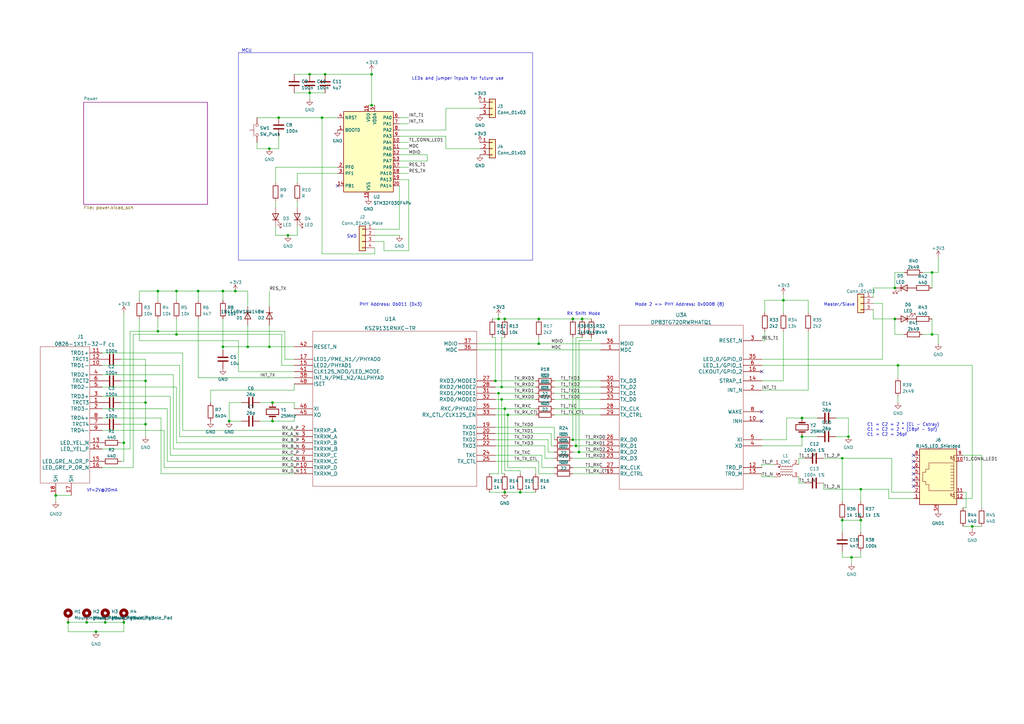
<source format=kicad_sch>
(kicad_sch (version 20230121) (generator eeschema)
  (paper "A3")
  (junction (at 213.36 201.93))
  (junction (at 43.18 255.27))
  (junction (at 50.8 181.61))
  (junction (at 207.01 130.81))
  (junction (at 101.6 142.24))
  (junction (at 398.78 215.9))
  (junction (at 59.69 156.21))
  (junction (at 127 38.1))
  (junction (at 207.01 201.93))
  (junction (at 81.28 119.38))
  (junction (at 321.31 123.19))
  (junction (at 220.98 140.97))
  (junction (at 118.11 96.52))
  (junction (at 347.98 179.07))
  (junction (at 345.44 213.36))
  (junction (at 114.3 48.26))
  (junction (at 367.03 130.81))
  (junction (at 204.47 130.81))
  (junction (at 236.22 182.88))
  (junction (at 234.95 180.34))
  (junction (at 238.76 130.81))
  (junction (at 353.06 213.36))
  (junction (at 152.4 43.18))
  (junction (at 220.98 130.81))
  (junction (at 27.94 255.27))
  (junction (at 208.28 170.18))
  (junction (at 96.52 119.38))
  (junction (at 205.74 163.83))
  (junction (at 152.4 30.48))
  (junction (at 93.98 172.72))
  (junction (at 39.37 259.08))
  (junction (at 367.03 118.11))
  (junction (at 35.56 255.27))
  (junction (at 59.69 173.99))
  (junction (at 91.44 142.24))
  (junction (at 22.86 203.2))
  (junction (at 111.76 165.1))
  (junction (at 111.76 172.72))
  (junction (at 349.25 228.6))
  (junction (at 132.08 48.26))
  (junction (at 237.49 185.42))
  (junction (at 203.2 156.21))
  (junction (at 368.3 149.86))
  (junction (at 110.49 60.96))
  (junction (at 328.93 171.45))
  (junction (at 382.27 111.76))
  (junction (at 91.44 119.38))
  (junction (at 345.44 187.96))
  (junction (at 50.8 255.27))
  (junction (at 72.39 137.16))
  (junction (at 110.49 142.24))
  (junction (at 59.69 165.1))
  (junction (at 234.95 130.81))
  (junction (at 133.35 30.48))
  (junction (at 328.93 179.07))
  (junction (at 64.77 119.38))
  (junction (at 382.27 137.16))
  (junction (at 205.74 158.75))
  (junction (at 64.77 135.89))
  (junction (at 353.06 200.66))
  (junction (at 72.39 119.38))
  (junction (at 204.47 161.29))
  (junction (at 127 30.48))
  (junction (at 207.01 167.64))
  (no_connect (at 312.42 152.4))
  (no_connect (at 374.65 196.85))
  (no_connect (at 374.65 199.39))
  (no_connect (at 374.65 189.23))
  (no_connect (at 138.43 76.2))
  (no_connect (at 312.42 168.91))
  (no_connect (at 374.65 191.77))
  (no_connect (at 374.65 186.69))
  (no_connect (at 374.65 194.31))
  (no_connect (at 312.42 172.72))
  (wire (pts (xy 204.47 161.29) (xy 219.71 161.29)))
  (wire (pts (xy 49.53 156.21) (xy 59.69 156.21)))
  (wire (pts (xy 91.44 142.24) (xy 101.6 142.24)))
  (wire (pts (xy 86.36 160.02) (xy 120.65 160.02)))
  (wire (pts (xy 93.98 165.1) (xy 93.98 172.72)))
  (wire (pts (xy 345.44 226.06) (xy 345.44 228.6)))
  (wire (pts (xy 27.94 259.08) (xy 39.37 259.08)))
  (wire (pts (xy 382.27 137.16) (xy 382.27 130.81)))
  (wire (pts (xy 234.95 180.34) (xy 246.38 180.34)))
  (wire (pts (xy 57.15 139.7) (xy 57.15 130.81)))
  (wire (pts (xy 105.41 58.42) (xy 105.41 60.96)))
  (wire (pts (xy 116.84 147.32) (xy 120.65 147.32)))
  (wire (pts (xy 71.12 153.67) (xy 71.12 184.15)))
  (wire (pts (xy 163.83 63.5) (xy 175.26 63.5)))
  (wire (pts (xy 81.28 119.38) (xy 91.44 119.38)))
  (wire (pts (xy 66.04 171.45) (xy 66.04 194.31)))
  (wire (pts (xy 204.47 130.81) (xy 207.01 130.81)))
  (wire (pts (xy 370.84 137.16) (xy 367.03 137.16)))
  (wire (pts (xy 203.2 138.43) (xy 203.2 156.21)))
  (wire (pts (xy 227.33 163.83) (xy 246.38 163.83)))
  (wire (pts (xy 41.91 191.77) (xy 54.61 191.77)))
  (wire (pts (xy 120.65 142.24) (xy 110.49 142.24)))
  (wire (pts (xy 349.25 228.6) (xy 353.06 228.6)))
  (wire (pts (xy 93.98 172.72) (xy 99.06 172.72)))
  (wire (pts (xy 50.8 259.08) (xy 39.37 259.08)))
  (wire (pts (xy 203.2 186.69) (xy 222.25 186.69)))
  (wire (pts (xy 353.06 213.36) (xy 353.06 218.44)))
  (wire (pts (xy 203.2 161.29) (xy 204.47 161.29)))
  (wire (pts (xy 345.44 213.36) (xy 353.06 213.36)))
  (wire (pts (xy 57.15 119.38) (xy 64.77 119.38)))
  (wire (pts (xy 120.65 191.77) (xy 67.31 191.77)))
  (wire (pts (xy 106.68 172.72) (xy 111.76 172.72)))
  (polyline (pts (xy 97.79 21.59) (xy 97.79 106.68)))
  (wire (pts (xy 68.58 167.64) (xy 41.91 167.64)))
  (wire (pts (xy 368.3 149.86) (xy 368.3 154.94)))
  (polyline (pts (xy 97.79 106.68) (xy 218.44 106.68)))
  (wire (pts (xy 106.68 165.1) (xy 111.76 165.1)))
  (wire (pts (xy 69.85 162.56) (xy 41.91 162.56)))
  (wire (pts (xy 220.98 189.23) (xy 220.98 194.31)))
  (wire (pts (xy 327.66 190.5) (xy 327.66 187.96)))
  (wire (pts (xy 152.4 30.48) (xy 152.4 43.18)))
  (wire (pts (xy 167.64 58.42) (xy 163.83 58.42)))
  (wire (pts (xy 163.83 73.66) (xy 167.64 73.66)))
  (wire (pts (xy 213.36 194.31) (xy 213.36 193.04)))
  (wire (pts (xy 132.08 104.14) (xy 132.08 48.26)))
  (wire (pts (xy 337.82 200.66) (xy 353.06 200.66)))
  (wire (pts (xy 227.33 161.29) (xy 246.38 161.29)))
  (wire (pts (xy 353.06 200.66) (xy 353.06 205.74)))
  (wire (pts (xy 22.86 203.2) (xy 29.21 203.2)))
  (wire (pts (xy 321.31 120.65) (xy 321.31 123.19)))
  (wire (pts (xy 201.93 138.43) (xy 203.2 138.43)))
  (wire (pts (xy 398.78 149.86) (xy 398.78 204.47)))
  (wire (pts (xy 163.83 48.26) (xy 167.64 48.26)))
  (wire (pts (xy 127 38.1) (xy 127 40.64)))
  (wire (pts (xy 384.81 111.76) (xy 382.27 111.76)))
  (wire (pts (xy 242.57 138.43) (xy 242.57 139.7)))
  (wire (pts (xy 219.71 194.31) (xy 219.71 191.77)))
  (wire (pts (xy 224.79 185.42) (xy 227.33 185.42)))
  (wire (pts (xy 120.65 160.02) (xy 120.65 157.48)))
  (wire (pts (xy 312.42 190.5) (xy 317.5 190.5)))
  (wire (pts (xy 345.44 228.6) (xy 349.25 228.6)))
  (wire (pts (xy 91.44 130.81) (xy 91.44 142.24)))
  (wire (pts (xy 163.83 76.2) (xy 163.83 93.98)))
  (wire (pts (xy 115.57 149.86) (xy 120.65 149.86)))
  (wire (pts (xy 81.28 119.38) (xy 81.28 123.19)))
  (wire (pts (xy 312.42 194.31) (xy 312.42 195.58)))
  (wire (pts (xy 22.86 203.2) (xy 22.86 205.74)))
  (wire (pts (xy 111.76 172.72) (xy 120.65 172.72)))
  (wire (pts (xy 81.28 130.81) (xy 81.28 154.94)))
  (wire (pts (xy 72.39 137.16) (xy 115.57 137.16)))
  (wire (pts (xy 27.94 255.27) (xy 27.94 259.08)))
  (wire (pts (xy 110.49 119.38) (xy 110.49 125.73)))
  (wire (pts (xy 120.65 194.31) (xy 66.04 194.31)))
  (wire (pts (xy 207.01 130.81) (xy 220.98 130.81)))
  (wire (pts (xy 313.69 135.89) (xy 313.69 139.7)))
  (wire (pts (xy 353.06 200.66) (xy 364.49 200.66)))
  (wire (pts (xy 114.3 48.26) (xy 132.08 48.26)))
  (wire (pts (xy 331.47 160.02) (xy 312.42 160.02)))
  (wire (pts (xy 203.2 182.88) (xy 223.52 182.88)))
  (wire (pts (xy 163.83 50.8) (xy 167.64 50.8)))
  (wire (pts (xy 237.49 139.7) (xy 237.49 185.42)))
  (wire (pts (xy 394.97 208.28) (xy 396.24 208.28)))
  (wire (pts (xy 234.95 130.81) (xy 238.76 130.81)))
  (wire (pts (xy 157.48 102.87) (xy 157.48 99.06)))
  (wire (pts (xy 384.81 137.16) (xy 382.27 137.16)))
  (wire (pts (xy 113.03 92.71) (xy 113.03 96.52)))
  (wire (pts (xy 49.53 181.61) (xy 50.8 181.61)))
  (wire (pts (xy 242.57 139.7) (xy 237.49 139.7)))
  (wire (pts (xy 121.92 96.52) (xy 118.11 96.52)))
  (wire (pts (xy 120.65 38.1) (xy 127 38.1)))
  (wire (pts (xy 328.93 179.07) (xy 328.93 182.88)))
  (wire (pts (xy 365.76 187.96) (xy 365.76 201.93)))
  (wire (pts (xy 101.6 133.35) (xy 101.6 142.24)))
  (wire (pts (xy 227.33 158.75) (xy 246.38 158.75)))
  (wire (pts (xy 175.26 63.5) (xy 175.26 66.04)))
  (wire (pts (xy 74.93 144.78) (xy 41.91 144.78)))
  (wire (pts (xy 321.31 128.27) (xy 321.31 123.19)))
  (wire (pts (xy 163.83 71.12) (xy 167.64 71.12)))
  (wire (pts (xy 368.3 149.86) (xy 398.78 149.86)))
  (wire (pts (xy 97.79 152.4) (xy 97.79 139.7)))
  (wire (pts (xy 153.67 101.6) (xy 153.67 104.14)))
  (wire (pts (xy 398.78 215.9) (xy 398.78 217.17)))
  (wire (pts (xy 64.77 130.81) (xy 64.77 135.89)))
  (wire (pts (xy 116.84 135.89) (xy 116.84 147.32)))
  (wire (pts (xy 67.31 176.53) (xy 41.91 176.53)))
  (wire (pts (xy 227.33 167.64) (xy 246.38 167.64)))
  (wire (pts (xy 49.53 147.32) (xy 59.69 147.32)))
  (wire (pts (xy 347.98 171.45) (xy 347.98 179.07)))
  (wire (pts (xy 120.65 30.48) (xy 127 30.48)))
  (wire (pts (xy 203.2 189.23) (xy 220.98 189.23)))
  (wire (pts (xy 220.98 194.31) (xy 227.33 194.31)))
  (wire (pts (xy 113.03 82.55) (xy 113.03 85.09)))
  (wire (pts (xy 219.71 191.77) (xy 208.28 191.77)))
  (wire (pts (xy 49.53 165.1) (xy 59.69 165.1)))
  (wire (pts (xy 213.36 193.04) (xy 207.01 193.04)))
  (wire (pts (xy 222.25 186.69) (xy 222.25 191.77)))
  (wire (pts (xy 337.82 198.12) (xy 337.82 200.66)))
  (wire (pts (xy 322.58 180.34) (xy 322.58 171.45)))
  (wire (pts (xy 312.42 149.86) (xy 368.3 149.86)))
  (wire (pts (xy 327.66 195.58) (xy 327.66 198.12)))
  (wire (pts (xy 321.31 123.19) (xy 313.69 123.19)))
  (wire (pts (xy 322.58 171.45) (xy 328.93 171.45)))
  (wire (pts (xy 234.95 194.31) (xy 246.38 194.31)))
  (wire (pts (xy 207.01 201.93) (xy 213.36 201.93)))
  (wire (pts (xy 223.52 187.96) (xy 227.33 187.96)))
  (wire (pts (xy 50.8 181.61) (xy 50.8 128.27)))
  (wire (pts (xy 313.69 123.19) (xy 313.69 128.27)))
  (wire (pts (xy 49.53 189.23) (xy 50.8 189.23)))
  (wire (pts (xy 43.18 255.27) (xy 50.8 255.27)))
  (wire (pts (xy 203.2 175.26) (xy 227.33 175.26)))
  (wire (pts (xy 312.42 182.88) (xy 328.93 182.88)))
  (wire (pts (xy 358.14 121.92) (xy 358.14 118.11)))
  (wire (pts (xy 74.93 176.53) (xy 74.93 144.78)))
  (wire (pts (xy 398.78 215.9) (xy 402.59 215.9)))
  (wire (pts (xy 152.4 43.18) (xy 153.67 43.18)))
  (wire (pts (xy 133.35 30.48) (xy 152.4 30.48)))
  (wire (pts (xy 72.39 119.38) (xy 72.39 123.19)))
  (wire (pts (xy 208.28 170.18) (xy 219.71 170.18)))
  (wire (pts (xy 157.48 99.06) (xy 153.67 99.06)))
  (wire (pts (xy 182.88 53.34) (xy 182.88 44.45)))
  (wire (pts (xy 234.95 138.43) (xy 234.95 180.34)))
  (wire (pts (xy 163.83 53.34) (xy 182.88 53.34)))
  (wire (pts (xy 91.44 123.19) (xy 91.44 119.38)))
  (wire (pts (xy 151.13 43.18) (xy 152.4 43.18)))
  (wire (pts (xy 364.49 204.47) (xy 374.65 204.47)))
  (wire (pts (xy 402.59 186.69) (xy 402.59 208.28)))
  (wire (pts (xy 226.06 182.88) (xy 227.33 182.88)))
  (wire (pts (xy 312.42 156.21) (xy 321.31 156.21)))
  (wire (pts (xy 53.34 184.15) (xy 53.34 135.89)))
  (wire (pts (xy 54.61 137.16) (xy 72.39 137.16)))
  (wire (pts (xy 208.28 191.77) (xy 208.28 170.18)))
  (wire (pts (xy 110.49 142.24) (xy 110.49 133.35)))
  (wire (pts (xy 49.53 173.99) (xy 59.69 173.99)))
  (wire (pts (xy 312.42 180.34) (xy 322.58 180.34)))
  (wire (pts (xy 367.03 137.16) (xy 367.03 130.81)))
  (wire (pts (xy 220.98 140.97) (xy 246.38 140.97)))
  (wire (pts (xy 207.01 193.04) (xy 207.01 167.64)))
  (wire (pts (xy 120.65 172.72) (xy 120.65 170.18)))
  (wire (pts (xy 195.58 143.51) (xy 246.38 143.51)))
  (wire (pts (xy 105.41 48.26) (xy 114.3 48.26)))
  (wire (pts (xy 238.76 130.81) (xy 242.57 130.81)))
  (wire (pts (xy 72.39 158.75) (xy 41.91 158.75)))
  (wire (pts (xy 72.39 181.61) (xy 72.39 158.75)))
  (wire (pts (xy 394.97 201.93) (xy 396.24 201.93)))
  (wire (pts (xy 234.95 182.88) (xy 236.22 182.88)))
  (wire (pts (xy 163.83 66.04) (xy 175.26 66.04)))
  (wire (pts (xy 59.69 156.21) (xy 59.69 165.1)))
  (wire (pts (xy 398.78 204.47) (xy 394.97 204.47)))
  (wire (pts (xy 367.03 118.11) (xy 367.03 111.76)))
  (wire (pts (xy 113.03 96.52) (xy 118.11 96.52)))
  (wire (pts (xy 59.69 173.99) (xy 59.69 179.07)))
  (wire (pts (xy 121.92 71.12) (xy 121.92 74.93)))
  (wire (pts (xy 205.74 158.75) (xy 219.71 158.75)))
  (wire (pts (xy 163.83 68.58) (xy 167.64 68.58)))
  (wire (pts (xy 358.14 127) (xy 358.14 130.81)))
  (wire (pts (xy 59.69 147.32) (xy 59.69 156.21)))
  (wire (pts (xy 321.31 156.21) (xy 321.31 135.89)))
  (wire (pts (xy 138.43 68.58) (xy 113.03 68.58)))
  (wire (pts (xy 101.6 119.38) (xy 96.52 119.38)))
  (wire (pts (xy 331.47 128.27) (xy 331.47 123.19)))
  (wire (pts (xy 120.65 179.07) (xy 73.66 179.07)))
  (wire (pts (xy 365.76 201.93) (xy 374.65 201.93)))
  (wire (pts (xy 121.92 82.55) (xy 121.92 85.09)))
  (wire (pts (xy 66.04 171.45) (xy 41.91 171.45)))
  (wire (pts (xy 182.88 60.96) (xy 196.85 60.96)))
  (wire (pts (xy 328.93 171.45) (xy 335.28 171.45)))
  (wire (pts (xy 27.94 255.27) (xy 35.56 255.27)))
  (wire (pts (xy 64.77 135.89) (xy 116.84 135.89)))
  (wire (pts (xy 54.61 191.77) (xy 54.61 137.16)))
  (wire (pts (xy 384.81 140.97) (xy 384.81 137.16)))
  (wire (pts (xy 223.52 182.88) (xy 223.52 187.96)))
  (wire (pts (xy 120.65 152.4) (xy 97.79 152.4)))
  (wire (pts (xy 220.98 138.43) (xy 220.98 140.97)))
  (wire (pts (xy 327.66 187.96) (xy 330.2 187.96)))
  (wire (pts (xy 64.77 119.38) (xy 72.39 119.38)))
  (wire (pts (xy 224.79 180.34) (xy 224.79 185.42)))
  (wire (pts (xy 364.49 200.66) (xy 364.49 204.47)))
  (wire (pts (xy 53.34 135.89) (xy 64.77 135.89)))
  (wire (pts (xy 236.22 138.43) (xy 236.22 182.88)))
  (wire (pts (xy 203.2 180.34) (xy 224.79 180.34)))
  (wire (pts (xy 91.44 119.38) (xy 96.52 119.38)))
  (wire (pts (xy 41.91 184.15) (xy 53.34 184.15)))
  (wire (pts (xy 105.41 60.96) (xy 110.49 60.96)))
  (wire (pts (xy 121.92 92.71) (xy 121.92 96.52)))
  (wire (pts (xy 71.12 153.67) (xy 41.91 153.67)))
  (wire (pts (xy 342.9 171.45) (xy 347.98 171.45)))
  (wire (pts (xy 114.3 55.88) (xy 114.3 60.96)))
  (wire (pts (xy 207.01 167.64) (xy 219.71 167.64)))
  (wire (pts (xy 35.56 255.27) (xy 43.18 255.27)))
  (wire (pts (xy 153.67 104.14) (xy 132.08 104.14)))
  (wire (pts (xy 167.64 102.87) (xy 157.48 102.87)))
  (wire (pts (xy 67.31 191.77) (xy 67.31 176.53)))
  (wire (pts (xy 73.66 179.07) (xy 73.66 149.86)))
  (wire (pts (xy 120.65 176.53) (xy 74.93 176.53)))
  (wire (pts (xy 201.93 130.81) (xy 204.47 130.81)))
  (wire (pts (xy 378.46 137.16) (xy 382.27 137.16)))
  (wire (pts (xy 72.39 130.81) (xy 72.39 137.16)))
  (wire (pts (xy 91.44 142.24) (xy 91.44 143.51)))
  (wire (pts (xy 349.25 228.6) (xy 349.25 231.14)))
  (wire (pts (xy 99.06 165.1) (xy 93.98 165.1)))
  (wire (pts (xy 345.44 187.96) (xy 365.76 187.96)))
  (wire (pts (xy 207.01 194.31) (xy 205.74 194.31)))
  (wire (pts (xy 120.65 165.1) (xy 120.65 167.64)))
  (wire (pts (xy 236.22 138.43) (xy 238.76 138.43)))
  (wire (pts (xy 234.95 187.96) (xy 246.38 187.96)))
  (wire (pts (xy 207.01 138.43) (xy 205.74 138.43)))
  (wire (pts (xy 312.42 195.58) (xy 317.5 195.58)))
  (wire (pts (xy 220.98 130.81) (xy 234.95 130.81)))
  (wire (pts (xy 234.95 185.42) (xy 237.49 185.42)))
  (wire (pts (xy 101.6 142.24) (xy 110.49 142.24)))
  (wire (pts (xy 361.95 124.46) (xy 361.95 147.32)))
  (wire (pts (xy 69.85 186.69) (xy 69.85 162.56)))
  (wire (pts (xy 138.43 71.12) (xy 121.92 71.12)))
  (wire (pts (xy 195.58 140.97) (xy 220.98 140.97)))
  (wire (pts (xy 86.36 165.1) (xy 86.36 160.02)))
  (wire (pts (xy 182.88 55.88) (xy 182.88 60.96)))
  (wire (pts (xy 97.79 139.7) (xy 57.15 139.7)))
  (wire (pts (xy 50.8 255.27) (xy 50.8 259.08)))
  (wire (pts (xy 127 38.1) (xy 133.35 38.1)))
  (wire (pts (xy 227.33 170.18) (xy 246.38 170.18)))
  (wire (pts (xy 331.47 135.89) (xy 331.47 160.02)))
  (wire (pts (xy 394.97 215.9) (xy 398.78 215.9)))
  (wire (pts (xy 345.44 187.96) (xy 345.44 205.74)))
  (wire (pts (xy 64.77 123.19) (xy 64.77 119.38)))
  (wire (pts (xy 367.03 111.76) (xy 370.84 111.76)))
  (wire (pts (xy 115.57 137.16) (xy 115.57 149.86)))
  (wire (pts (xy 72.39 119.38) (xy 81.28 119.38)))
  (wire (pts (xy 59.69 165.1) (xy 59.69 173.99)))
  (wire (pts (xy 68.58 189.23) (xy 68.58 167.64)))
  (wire (pts (xy 227.33 175.26) (xy 227.33 180.34)))
  (wire (pts (xy 205.74 138.43) (xy 205.74 158.75)))
  (wire (pts (xy 378.46 111.76) (xy 382.27 111.76)))
  (wire (pts (xy 358.14 124.46) (xy 361.95 124.46)))
  (wire (pts (xy 382.27 111.76) (xy 382.27 118.11)))
  (wire (pts (xy 81.28 154.94) (xy 120.65 154.94)))
  (wire (pts (xy 205.74 163.83) (xy 205.74 194.31)))
  (wire (pts (xy 73.66 149.86) (xy 41.91 149.86)))
  (wire (pts (xy 200.66 194.31) (xy 204.47 194.31)))
  (wire (pts (xy 384.81 105.41) (xy 384.81 111.76)))
  (wire (pts (xy 226.06 177.8) (xy 226.06 182.88)))
  (wire (pts (xy 167.64 73.66) (xy 167.64 102.87)))
  (wire (pts (xy 394.97 186.69) (xy 402.59 186.69)))
  (wire (pts (xy 113.03 68.58) (xy 113.03 74.93)))
  (wire (pts (xy 237.49 185.42) (xy 246.38 185.42)))
  (wire (pts (xy 312.42 191.77) (xy 312.42 190.5)))
  (wire (pts (xy 203.2 158.75) (xy 205.74 158.75)))
  (wire (pts (xy 331.47 123.19) (xy 321.31 123.19)))
  (wire (pts (xy 120.65 186.69) (xy 69.85 186.69)))
  (wire (pts (xy 203.2 167.64) (xy 207.01 167.64)))
  (wire (pts (xy 312.42 147.32) (xy 361.95 147.32)))
  (wire (pts (xy 132.08 48.26) (xy 138.43 48.26)))
  (polyline (pts (xy 218.44 106.68) (xy 218.44 21.59)))
  (wire (pts (xy 236.22 182.88) (xy 246.38 182.88)))
  (wire (pts (xy 203.2 163.83) (xy 205.74 163.83)))
  (wire (pts (xy 203.2 170.18) (xy 208.28 170.18)))
  (wire (pts (xy 153.67 96.52) (xy 163.83 96.52)))
  (wire (pts (xy 152.4 29.21) (xy 152.4 30.48)))
  (wire (pts (xy 163.83 60.96) (xy 167.64 60.96)))
  (polyline (pts (xy 97.79 21.59) (xy 218.44 21.59)))
  (wire (pts (xy 345.44 213.36) (xy 345.44 218.44)))
  (wire (pts (xy 101.6 125.73) (xy 101.6 119.38)))
  (wire (pts (xy 342.9 179.07) (xy 347.98 179.07)))
  (wire (pts (xy 182.88 44.45) (xy 196.85 44.45)))
  (wire (pts (xy 50.8 189.23) (xy 50.8 181.61)))
  (wire (pts (xy 127 30.48) (xy 133.35 30.48)))
  (wire (pts (xy 204.47 194.31) (xy 204.47 161.29)))
  (wire (pts (xy 163.83 93.98) (xy 153.67 93.98)))
  (wire (pts (xy 368.3 162.56) (xy 368.3 165.1)))
  (wire (pts (xy 328.93 179.07) (xy 335.28 179.07)))
  (wire (pts (xy 358.14 130.81) (xy 367.03 130.81)))
  (wire (pts (xy 120.65 189.23) (xy 68.58 189.23)))
  (wire (pts (xy 203.2 177.8) (xy 226.06 177.8)))
  (wire (pts (xy 204.47 129.54) (xy 204.47 130.81)))
  (wire (pts (xy 396.24 201.93) (xy 396.24 208.28)))
  (wire (pts (xy 163.83 55.88) (xy 182.88 55.88)))
  (wire (pts (xy 205.74 163.83) (xy 219.71 163.83)))
  (wire (pts (xy 120.65 181.61) (xy 72.39 181.61)))
  (wire (pts (xy 227.33 156.21) (xy 246.38 156.21)))
  (wire (pts (xy 114.3 60.96) (xy 110.49 60.96)))
  (wire (pts (xy 120.65 184.15) (xy 71.12 184.15)))
  (wire (pts (xy 327.66 198.12) (xy 330.2 198.12)))
  (wire (pts (xy 358.14 118.11) (xy 367.03 118.11)))
  (wire (pts (xy 312.42 139.7) (xy 313.69 139.7)))
  (wire (pts (xy 200.66 201.93) (xy 207.01 201.93)))
  (wire (pts (xy 222.25 191.77) (xy 227.33 191.77)))
  (wire (pts (xy 337.82 187.96) (xy 345.44 187.96)))
  (wire (pts (xy 203.2 156.21) (xy 219.71 156.21)))
  (wire (pts (xy 213.36 201.93) (xy 219.71 201.93)))
  (wire (pts (xy 353.06 226.06) (xy 353.06 228.6)))
  (wire (pts (xy 234.95 191.77) (xy 246.38 191.77)))
  (wire (pts (xy 111.76 165.1) (xy 120.65 165.1)))
  (wire (pts (xy 57.15 123.19) (xy 57.15 119.38)))
  (text "Vf=2V@20mA" (at 35.56 201.93 0) (effects (font (size 1.27 1.27)) (justify left bottom)))
  (text "LEDs and jumper inputs for future use" (at 168.91 33.02 0) (effects (font (size 1.27 1.27)) (justify left bottom)))
  (text "Mode 2 => PHY Address: 0x0008 (8)" (at 260.35 125.73 0) (effects (font (size 1.27 1.27)) (justify left bottom)))
  (text "C1 = C2 = 2 * (CL - Cstray)\nC1 = C2 = 2 * (18pf - 5pf)\nC1 = C2 = 26pf" (at 355.6 179.07 0) (effects (font (size 1.27 1.27)) (justify left bottom)))
  (text "SWD" (at 142.24 97.79 0) (effects (font (size 1.27 1.27)) (justify left bottom)))
  (text "RX Shift Mode" (at 232.41 129.54 0) (effects (font (size 1.27 1.27)) (justify left bottom)))
  (text "PHY Address: 0b011 (0x3)" (at 147.32 125.73 0) (effects (font (size 1.27 1.27)) (justify left bottom)))
  (text "MCU" (at 99.06 21.59 0) (effects (font (size 1.27 1.27)) (justify left bottom)))
  (text "Master/Slave" (at 337.82 125.73 0) (effects (font (size 1.27 1.27)) (justify left bottom)))
  (label "T1_2_P" (at 337.82 187.96 0))
  (label "T1_CONN_LED1" (at 394.97 189.23 0))
  (label "RES_T1" (at 312.42 139.7 0))
  (label "TX_TXD3" (at 210.82 182.88 0))
  (label "TX_RXD3" (at 210.82 156.21 0))
  (label "TX_RXD0" (at 210.82 163.83 0))
  (label "RES_T1" (at 167.64 68.58 0))
  (label "T1_RXC" (at 240.03 191.77 0))
  (label "T1_1_P" (at 327.66 187.96 0))
  (label "RES_TX" (at 110.49 119.38 0))
  (label "TX_RXD1" (at 210.82 161.29 0))
  (label "INT_T1" (at 167.64 48.26 0))
  (label "RX_C_P" (at 115.57 186.69 0))
  (label "T1_N" (at 312.42 195.58 0))
  (label "TX_RX_CTL" (at 210.82 170.18 0))
  (label "T1_TXD3" (at 229.87 156.21 0))
  (label "MDC" (at 167.64 60.96 0))
  (label "INT_TX" (at 167.64 50.8 0))
  (label "RX_A_N" (at 115.57 179.07 0))
  (label "T1_RXD0" (at 240.03 180.34 0))
  (label "INT_T1" (at 312.42 160.02 0))
  (label "RX_B_P" (at 115.57 181.61 0))
  (label "TX_RXC" (at 210.82 167.64 0))
  (label "T1_TXD0" (at 229.87 163.83 0))
  (label "T1_RX_CTL" (at 240.03 194.31 0))
  (label "TX_TXD1" (at 210.82 177.8 0))
  (label "RES_TX" (at 167.64 71.12 0))
  (label "T1_RXD1" (at 240.03 182.88 0))
  (label "RX_A_P" (at 115.57 176.53 0))
  (label "INT_TX" (at 106.68 154.94 0))
  (label "T1_TXD1" (at 229.87 161.29 0))
  (label "T1_2_N" (at 337.82 200.66 0))
  (label "T1_P" (at 312.42 190.5 0))
  (label "T1_RXD2" (at 240.03 185.42 0))
  (label "T1_CONN_LED1" (at 167.64 58.42 0))
  (label "TX_TXC" (at 210.82 186.69 0))
  (label "T1_RXD3" (at 240.03 187.96 0))
  (label "MDIO" (at 226.06 140.97 0))
  (label "RX_D_N" (at 115.57 194.31 0))
  (label "T1_TXD2" (at 229.87 158.75 0))
  (label "T1_1_N" (at 327.66 198.12 0))
  (label "TX_RXD2" (at 210.82 158.75 0))
  (label "TX_TXD2" (at 210.82 180.34 0))
  (label "TX_TXD0" (at 210.82 175.26 0))
  (label "RX_C_N" (at 115.57 189.23 0))
  (label "T1_TX_CTL" (at 229.87 170.18 0))
  (label "MDC" (at 226.06 143.51 0))
  (label "RX_D_P" (at 115.57 191.77 0))
  (label "TX_TX_CTL" (at 210.82 189.23 0))
  (label "RX_B_N" (at 115.57 184.15 0))
  (label "T1_TXC" (at 229.87 167.64 0))
  (label "MDIO" (at 167.64 63.5 0))
  (symbol (lib_id "Device:R") (at 231.14 194.31 90) (unit 1)
    (property "Reference" "R29" (at 231.14 189.5942 90))
    (property "Value" "22" (at 231.14 192.1311 90))
    (property "Footprint" "Resistor_SMD:R_0402_1005Metric" (effects hide))
  )
  (symbol (lib_id "power:GND") (at 196.85 63.5 0) (unit 1)
    (property "Reference" "#PWR018" (effects hide))
    (property "Value" "GND" (at 196.85 67.9434 0))
  )
  (symbol (lib_id "project_lib:0826-1X1T-32-F") (at 41.91 144.78 0) (mirror y) (unit 1)
    (property "Reference" "J1" (at 33.02 138.0924 0) (effects (font (size 1.524 1.524))))
    (property "Value" "0826-1X1T-32-F" (at 33.02 141.0858 0) (effects (font (size 1.524 1.524))))
    (property "Footprint" "project_lib:0826-1X1T-32-F" (effects hide))
  )
  (symbol (lib_id "Device:R") (at 201.93 134.62 0) (unit 1)
    (property "Reference" "R12" (at 203.708 133.7853 0) (effects (justify left)))
    (property "Value" "10k" (at 203.708 136.3222 0) (effects (justify left)))
    (property "Footprint" "Resistor_SMD:R_0402_1005Metric" (effects hide))
  )
  (symbol (lib_id "Connector_Generic:Conn_01x03") (at 201.93 44.45 0) (unit 1)
    (property "Reference" "J3" (at 203.962 43.6153 0) (effects (justify left)))
    (property "Value" "Conn_01x03" (at 203.962 46.1522 0) (effects (justify left)))
    (property "Footprint" "Connector_PinHeader_2.54mm:PinHeader_1x03_P2.54mm_Vertical" (effects hide))
  )
  (symbol (lib_id "Connector_Generic:Conn_01x04") (at 148.59 96.52 0) (mirror y) (unit 1)
    (property "Reference" "J2" (at 148.59 89.0102 0))
    (property "Value" "Conn_01x04_Male" (at 148.59 91.5471 0))
    (property "Footprint" "Connector_PinHeader_2.54mm:PinHeader_1x04_P2.54mm_Vertical" (effects hide))
  )
  (symbol (lib_id "power:GND") (at 349.25 231.14 0) (unit 1)
    (property "Reference" "#PWR023" (effects hide))
    (property "Value" "GND" (at 349.25 235.5834 0))
  )
  (symbol (lib_id "power:GND") (at 91.44 151.13 0) (unit 1)
    (property "Reference" "#PWR05" (effects hide))
    (property "Value" "GND" (at 91.44 155.5734 0))
  )
  (symbol (lib_id "power:+3V3") (at 196.85 41.91 0) (unit 1)
    (property "Reference" "#PWR015" (effects hide))
    (property "Value" "+3V3" (at 196.85 38.3342 0))
  )
  (symbol (lib_id "Device:R") (at 378.46 130.81 90) (unit 1)
    (property "Reference" "R43" (at 378.46 126.0942 90))
    (property "Value" "440" (at 378.46 128.6311 90))
    (property "Footprint" "Resistor_SMD:R_0402_1005Metric" (effects hide))
  )
  (symbol (lib_id "power:GND") (at 384.81 140.97 0) (unit 1)
    (property "Reference" "#PWR026" (effects hide))
    (property "Value" "GND" (at 384.81 145.4134 0))
  )
  (symbol (lib_id "Device:C") (at 102.87 165.1 90) (unit 1)
    (property "Reference" "C6" (at 102.87 159.2412 90))
    (property "Value" "26p" (at 102.87 161.7781 90))
    (property "Footprint" "Capacitor_SMD:C_0402_1005Metric" (effects hide))
  )
  (symbol (lib_id "Device:R") (at 64.77 127 0) (unit 1)
    (property "Reference" "R4" (at 66.548 126.1653 0) (effects (justify left)))
    (property "Value" "10k" (at 66.548 128.7022 0) (effects (justify left)))
    (property "Footprint" "Resistor_SMD:R_0402_1005Metric" (effects hide))
  )
  (symbol (lib_id "Device:C") (at 45.72 165.1 90) (unit 1)
    (property "Reference" "C3" (at 45.72 159.2412 90))
    (property "Value" "100n" (at 45.72 161.7781 90))
    (property "Footprint" "Capacitor_SMD:C_0402_1005Metric" (effects hide))
  )
  (symbol (lib_id "Device:LED") (at 121.92 88.9 90) (unit 1)
    (property "Reference" "D4" (at 124.841 89.6528 90) (effects (justify right)))
    (property "Value" "LED" (at 124.841 92.1897 90) (effects (justify right)))
    (property "Footprint" "LED_SMD:LED_0603_1608Metric" (effects hide))
  )
  (symbol (lib_id "Device:R") (at 238.76 134.62 0) (unit 1)
    (property "Reference" "R31" (at 240.538 133.7853 0) (effects (justify left)))
    (property "Value" "2k49" (at 240.538 136.3222 0) (effects (justify left)))
    (property "Footprint" "Resistor_SMD:R_0402_1005Metric" (effects hide))
  )
  (symbol (lib_id "Connector:RJ45_LED_Shielded") (at 384.81 196.85 0) (mirror y) (unit 1)
    (property "Reference" "J6" (at 384.81 180.4502 0))
    (property "Value" "RJ45_LED_Shielded" (at 384.81 182.9871 0))
    (property "Footprint" "Connector_RJ:RJ45_Amphenol_RJHSE538X" (effects hide))
  )
  (symbol (lib_id "Diode:1N4148W") (at 110.49 129.54 270) (unit 1)
    (property "Reference" "D2" (at 108.458 130.3747 90) (effects (justify right)))
    (property "Value" "1N4148W" (at 108.458 127.8378 90) (effects (justify right)))
    (property "Footprint" "Diode_SMD:D_SOD-123" (effects hide))
    (property "Datasheet" "https://www.vishay.com/docs/85748/1n4148w.pdf" (effects hide))
  )
  (symbol (lib_id "Device:C") (at 339.09 171.45 90) (unit 1)
    (property "Reference" "C14" (at 339.09 165.5912 90))
    (property "Value" "26p" (at 339.09 168.1281 90))
    (property "Footprint" "Capacitor_SMD:C_0402_1005Metric" (effects hide))
  )
  (symbol (lib_id "power:+3V3") (at 321.31 120.65 0) (unit 1)
    (property "Reference" "#PWR021" (effects hide))
    (property "Value" "+3V3" (at 321.31 117.0742 0))
  )
  (symbol (lib_id "Device:R") (at 231.14 185.42 90) (unit 1)
    (property "Reference" "R26" (at 231.14 180.7042 90))
    (property "Value" "22" (at 231.14 183.2411 90))
    (property "Footprint" "Resistor_SMD:R_0402_1005Metric" (effects hide))
  )
  (symbol (lib_id "Device:R") (at 86.36 168.91 0) (unit 1)
    (property "Reference" "R7" (at 88.138 168.0753 0) (effects (justify left)))
    (property "Value" "6k04" (at 88.138 170.6122 0) (effects (justify left)))
    (property "Footprint" "Resistor_SMD:R_0402_1005Metric" (effects hide))
  )
  (symbol (lib_id "power:GND") (at 127 40.64 0) (unit 1)
    (property "Reference" "#PWR010" (effects hide))
    (property "Value" "GND" (at 127 45.0834 0))
  )
  (symbol (lib_id "Device:R") (at 57.15 127 0) (unit 1)
    (property "Reference" "R3" (at 58.928 126.1653 0) (effects (justify left)))
    (property "Value" "10k" (at 58.928 128.7022 0) (effects (justify left)))
    (property "Footprint" "Resistor_SMD:R_0402_1005Metric" (effects hide))
  )
  (symbol (lib_id "Device:C") (at 45.72 173.99 90) (unit 1)
    (property "Reference" "C4" (at 45.72 168.1312 90))
    (property "Value" "100n" (at 45.72 170.6681 90))
    (property "Footprint" "Capacitor_SMD:C_0402_1005Metric" (effects hide))
  )
  (symbol (lib_id "power:GND") (at 59.69 179.07 0) (unit 1)
    (property "Reference" "#PWR03" (effects hide))
    (property "Value" "GND" (at 59.69 183.5134 0))
  )
  (symbol (lib_id "Device:R") (at 219.71 198.12 0) (unit 1)
    (property "Reference" "R16" (at 221.488 197.2853 0) (effects (justify left)))
    (property "Value" "1k" (at 221.488 199.8222 0) (effects (justify left)))
    (property "Footprint" "Resistor_SMD:R_0402_1005Metric" (effects hide))
  )
  (symbol (lib_id "power:+3V3") (at 50.8 128.27 0) (unit 1)
    (property "Reference" "#PWR02" (effects hide))
    (property "Value" "+3V3" (at 50.8 124.6942 0))
  )
  (symbol (lib_id "Device:R") (at 234.95 134.62 0) (unit 1)
    (property "Reference" "R30" (at 236.728 133.7853 0) (effects (justify left)))
    (property "Value" "2k49" (at 236.728 136.3222 0) (effects (justify left)))
    (property "Footprint" "Resistor_SMD:R_0402_1005Metric" (effects hide))
  )
  (symbol (lib_id "MCU_ST_STM32F0:STM32F030F4Px") (at 151.13 60.96 0) (unit 1)
    (property "Reference" "U2" (at 153.1494 80.7704 0) (effects (justify left)))
    (property "Value" "STM32F030F4Px" (at 153.1494 83.3073 0) (effects (justify left)))
    (property "Footprint" "Package_SO:TSSOP-20_4.4x6.5mm_P0.65mm" (effects hide))
    (property "Datasheet" "http://www.st.com/st-web-ui/static/active/en/resource/technical/document/datasheet/DM00088500.pdf" (effects hide))
  )
  (symbol (lib_id "Device:L_Iron_Coupled_1243") (at 322.58 193.04 0) (unit 1)
    (property "Reference" "L1" (at 322.199 186.9272 0))
    (property "Value" "CMC" (at 322.199 189.4641 0))
    (property "Footprint" "project_lib:DLW32MH101XK2L" (effects hide))
  )
  (symbol (lib_id "Device:R") (at 45.72 181.61 90) (unit 1)
    (property "Reference" "R1" (at 45.72 176.8942 90))
    (property "Value" "440" (at 45.72 179.4311 90))
    (property "Footprint" "Resistor_SMD:R_0402_1005Metric" (effects hide))
  )
  (symbol (lib_id "Device:R") (at 213.36 198.12 0) (unit 1)
    (property "Reference" "R15" (at 215.138 197.2853 0) (effects (justify left)))
    (property "Value" "1k" (at 215.138 199.8222 0) (effects (justify left)))
    (property "Footprint" "Resistor_SMD:R_0402_1005Metric" (effects hide))
  )
  (symbol (lib_id "Device:C") (at 45.72 156.21 90) (unit 1)
    (property "Reference" "C2" (at 45.72 150.3512 90))
    (property "Value" "100n" (at 45.72 152.8881 90))
    (property "Footprint" "Capacitor_SMD:C_0402_1005Metric" (effects hide))
  )
  (symbol (lib_id "Device:R") (at 353.06 209.55 0) (unit 1)
    (property "Reference" "R37" (at 354.838 208.7153 0) (effects (justify left)))
    (property "Value" "1k 1%" (at 354.838 211.2522 0) (effects (justify left)))
    (property "Footprint" "Resistor_SMD:R_1206_3216Metric" (effects hide))
  )
  (symbol (lib_id "Device:R") (at 345.44 209.55 0) (unit 1)
    (property "Reference" "R36" (at 347.218 208.7153 0) (effects (justify left)))
    (property "Value" "1k 1%" (at 347.218 211.2522 0) (effects (justify left)))
    (property "Footprint" "Resistor_SMD:R_1206_3216Metric" (effects hide))
  )
  (symbol (lib_id "Connector_Generic:Conn_01x03") (at 353.06 124.46 0) (mirror y) (unit 1)
    (property "Reference" "J5" (at 353.06 116.9502 0))
    (property "Value" "Conn_01x03" (at 353.06 119.4871 0))
    (property "Footprint" "Connector_PinHeader_2.54mm:PinHeader_1x03_P2.54mm_Vertical" (effects hide))
  )
  (symbol (lib_id "Device:LED") (at 370.84 130.81 180) (unit 1)
    (property "Reference" "D6" (at 372.4275 124.9512 0))
    (property "Value" "LED" (at 372.4275 127.4881 0))
    (property "Footprint" "LED_SMD:LED_0603_1608Metric" (effects hide))
  )
  (symbol (lib_id "power:+3V3") (at 204.47 129.54 0) (unit 1)
    (property "Reference" "#PWR019" (effects hide))
    (property "Value" "+3V3" (at 204.47 125.9642 0))
  )
  (symbol (lib_name "1N4148W_1") (lib_id "Diode:1N4148W") (at 101.6 129.54 270) (unit 1)
    (property "Reference" "D1" (at 99.568 130.3747 90) (effects (justify right)))
    (property "Value" "1N4148W" (at 99.568 127.8378 90) (effects (justify right)))
    (property "Footprint" "Diode_SMD:D_SOD-123" (effects hide))
    (property "Datasheet" "https://www.vishay.com/docs/85748/1n4148w.pdf" (effects hide))
  )
  (symbol (lib_id "power:GND") (at 398.78 217.17 0) (unit 1)
    (property "Reference" "#PWR028" (effects hide))
    (property "Value" "GND" (at 398.78 221.6134 0))
  )
  (symbol (lib_id "Device:R") (at 45.72 189.23 90) (unit 1)
    (property "Reference" "R2" (at 45.72 184.5142 90))
    (property "Value" "440" (at 45.72 187.0511 90))
    (property "Footprint" "Resistor_SMD:R_0402_1005Metric" (effects hide))
  )
  (symbol (lib_id "Device:R") (at 313.69 132.08 0) (unit 1)
    (property "Reference" "R33" (at 315.468 131.2453 0) (effects (justify left)))
    (property "Value" "2k2" (at 315.468 133.7822 0) (effects (justify left)))
    (property "Footprint" "Resistor_SMD:R_0402_1005Metric" (effects hide))
  )
  (symbol (lib_id "Device:R") (at 223.52 156.21 90) (unit 1)
    (property "Reference" "R18" (at 223.52 151.4942 90))
    (property "Value" "22" (at 223.52 154.0311 90))
    (property "Footprint" "Resistor_SMD:R_0402_1005Metric" (effects hide))
  )
  (symbol (lib_id "Device:C") (at 334.01 198.12 90) (unit 1)
    (property "Reference" "C13" (at 334.01 192.2612 90))
    (property "Value" "100n 1%" (at 334.01 194.7981 90))
    (property "Footprint" "Capacitor_SMD:C_0402_1005Metric" (effects hide))
  )
  (symbol (lib_id "Device:R") (at 200.66 198.12 0) (unit 1)
    (property "Reference" "R11" (at 202.438 197.2853 0) (effects (justify left)))
    (property "Value" "1k" (at 202.438 199.8222 0) (effects (justify left)))
    (property "Footprint" "Resistor_SMD:R_0402_1005Metric" (effects hide))
  )
  (symbol (lib_id "Device:R") (at 231.14 187.96 90) (unit 1)
    (property "Reference" "R27" (at 231.14 183.2442 90))
    (property "Value" "22" (at 231.14 185.7811 90))
    (property "Footprint" "Resistor_SMD:R_0402_1005Metric" (effects hide))
  )
  (symbol (lib_id "power:GND") (at 110.49 60.96 0) (unit 1)
    (property "Reference" "#PWR08" (effects hide))
    (property "Value" "GND" (at 110.49 65.4034 0))
  )
  (symbol (lib_id "Device:C") (at 339.09 179.07 90) (unit 1)
    (property "Reference" "C15" (at 339.09 173.2112 90))
    (property "Value" "26p" (at 339.09 175.7481 90))
    (property "Footprint" "Capacitor_SMD:C_0402_1005Metric" (effects hide))
  )
  (symbol (lib_id "power:+3V3") (at 152.4 29.21 0) (unit 1)
    (property "Reference" "#PWR013" (effects hide))
    (property "Value" "+3V3" (at 152.4 25.6342 0))
  )
  (symbol (lib_id "Mechanical:MountingHole_Pad") (at 43.18 252.73 0) (unit 1)
    (property "Reference" "H3" (at 45.72 250.825 0) (effects (justify left)))
    (property "Value" "MountingHole_Pad" (at 45.72 253.365 0) (effects (justify left)))
    (property "Footprint" "MountingHole:MountingHole_2.2mm_M2_DIN965_Pad_TopBottom" (effects hide))
  )
  (symbol (lib_id "power:GND") (at 163.83 96.52 0) (unit 1)
    (property "Reference" "#PWR014" (effects hide))
    (property "Value" "GND" (at 163.83 100.9634 0))
  )
  (symbol (lib_id "Device:LED") (at 370.84 118.11 0) (unit 1)
    (property "Reference" "D5" (at 369.2525 113.1402 0))
    (property "Value" "LED" (at 369.2525 115.6771 0))
    (property "Footprint" "LED_SMD:LED_0603_1608Metric" (effects hide))
  )
  (symbol (lib_id "Device:R") (at 231.14 182.88 90) (unit 1)
    (property "Reference" "R25" (at 231.14 178.1642 90))
    (property "Value" "22" (at 231.14 180.7011 90))
    (property "Footprint" "Resistor_SMD:R_0402_1005Metric" (effects hide))
  )
  (symbol (lib_id "Device:C") (at 45.72 147.32 90) (unit 1)
    (property "Reference" "C1" (at 45.72 141.4612 90))
    (property "Value" "100n" (at 45.72 143.9981 90))
    (property "Footprint" "Capacitor_SMD:C_0402_1005Metric" (effects hide))
  )
  (symbol (lib_id "power:+3V3") (at 96.52 119.38 0) (unit 1)
    (property "Reference" "#PWR07" (effects hide))
    (property "Value" "+3V3" (at 96.52 115.8042 0))
  )
  (symbol (lib_id "Device:R") (at 321.31 132.08 0) (unit 1)
    (property "Reference" "R34" (at 323.088 131.2453 0) (effects (justify left)))
    (property "Value" "13k" (at 323.088 133.7822 0) (effects (justify left)))
    (property "Footprint" "Resistor_SMD:R_0402_1005Metric" (effects hide))
  )
  (symbol (lib_id "Device:R") (at 207.01 198.12 0) (unit 1)
    (property "Reference" "R14" (at 208.788 197.2853 0) (effects (justify left)))
    (property "Value" "1k" (at 208.788 199.8222 0) (effects (justify left)))
    (property "Footprint" "Resistor_SMD:R_0402_1005Metric" (effects hide))
  )
  (symbol (lib_id "Device:R") (at 378.46 118.11 90) (unit 1)
    (property "Reference" "R42" (at 378.46 113.3942 90))
    (property "Value" "440" (at 378.46 115.9311 90))
    (property "Footprint" "Resistor_SMD:R_0402_1005Metric" (effects hide))
  )
  (symbol (lib_id "Device:C") (at 114.3 52.07 0) (unit 1)
    (property "Reference" "C8" (at 117.221 51.2353 0) (effects (justify left)))
    (property "Value" "100n" (at 117.221 53.7722 0) (effects (justify left)))
    (property "Footprint" "Capacitor_SMD:C_0402_1005Metric" (effects hide))
  )
  (symbol (lib_id "Device:R") (at 223.52 170.18 90) (unit 1)
    (property "Reference" "R23" (at 223.52 165.4642 90))
    (property "Value" "22" (at 223.52 168.0011 90))
    (property "Footprint" "Resistor_SMD:R_0402_1005Metric" (effects hide))
  )
  (symbol (lib_id "power:GND") (at 39.37 259.08 0) (unit 1)
    (property "Reference" "#PWR071" (effects hide))
    (property "Value" "GND" (at 39.37 264.16 0))
  )
  (symbol (lib_id "Device:R") (at 331.47 132.08 0) (unit 1)
    (property "Reference" "R35" (at 333.248 131.2453 0) (effects (justify left)))
    (property "Value" "2k2" (at 333.248 133.7822 0) (effects (justify left)))
    (property "Footprint" "Resistor_SMD:R_0402_1005Metric" (effects hide))
  )
  (symbol (lib_id "Device:R") (at 223.52 158.75 90) (unit 1)
    (property "Reference" "R19" (at 223.52 154.0342 90))
    (property "Value" "22" (at 223.52 156.5711 90))
    (property "Footprint" "Resistor_SMD:R_0402_1005Metric" (effects hide))
  )
  (symbol (lib_id "Mechanical:MountingHole_Pad") (at 35.56 252.73 0) (unit 1)
    (property "Reference" "H2" (at 38.1 250.825 0) (effects (justify left)))
    (property "Value" "MountingHole_Pad" (at 38.1 253.365 0) (effects (justify left)))
    (property "Footprint" "MountingHole:MountingHole_2.2mm_M2_DIN965_Pad_TopBottom" (effects hide))
  )
  (symbol (lib_id "power:GND1") (at 384.81 209.55 0) (unit 1)
    (property "Reference" "#PWR027" (effects hide))
    (property "Value" "GND1" (at 384.81 214.63 0))
  )
  (symbol (lib_id "Device:C") (at 133.35 34.29 0) (unit 1)
    (property "Reference" "C11" (at 136.271 33.4553 0) (effects (justify left)))
    (property "Value" "4u7" (at 136.271 35.9922 0) (effects (justify left)))
    (property "Footprint" "Capacitor_SMD:C_0402_1005Metric" (effects hide))
  )
  (symbol (lib_id "power:+3V3") (at 384.81 105.41 0) (unit 1)
    (property "Reference" "#PWR025" (effects hide))
    (property "Value" "+3V3" (at 384.81 101.8342 0))
  )
  (symbol (lib_id "power:GND") (at 207.01 201.93 0) (unit 1)
    (property "Reference" "#PWR020" (effects hide))
    (property "Value" "GND" (at 207.01 206.3734 0))
  )
  (symbol (lib_id "power:GND") (at 196.85 46.99 0) (unit 1)
    (property "Reference" "#PWR016" (effects hide))
    (property "Value" "GND" (at 196.85 51.4334 0))
  )
  (symbol (lib_id "Device:Crystal") (at 328.93 175.26 90) (unit 1)
    (property "Reference" "Y2" (at 332.2574 174.4253 90) (effects (justify right)))
    (property "Value" "25MHz" (at 332.2574 176.9622 90) (effects (justify right)))
    (property "Footprint" "Crystal:Crystal_SMD_5032-2Pin_5.0x3.2mm" (effects hide))
  )
  (symbol (lib_id "Device:Crystal") (at 111.76 168.91 90) (unit 1)
    (property "Reference" "Y1" (at 115.0874 168.0753 90) (effects (justify right)))
    (property "Value" "25MHz" (at 115.0874 170.6122 90) (effects (justify right)))
    (property "Footprint" "Crystal:Crystal_SMD_5032-2Pin_5.0x3.2mm" (effects hide))
  )
  (symbol (lib_id "Device:C") (at 345.44 222.25 0) (unit 1)
    (property "Reference" "C16" (at 348.361 221.4153 0) (effects (justify left)))
    (property "Value" "4n7" (at 348.361 223.9522 0) (effects (justify left)))
    (property "Footprint" "Capacitor_SMD:C_1206_3216Metric" (effects hide))
  )
  (symbol (lib_id "Device:R") (at 394.97 212.09 0) (unit 1)
    (property "Reference" "R44" (at 396.748 211.2553 0) (effects (justify left)))
    (property "Value" "440" (at 396.748 213.7922 0) (effects (justify left)))
    (property "Footprint" "Resistor_SMD:R_0402_1005Metric" (effects hide))
  )
  (symbol (lib_id "Device:R") (at 353.06 222.25 0) (unit 1)
    (property "Reference" "R38" (at 354.838 221.4153 0) (effects (justify left)))
    (property "Value" "100k" (at 354.838 223.9522 0) (effects (justify left)))
    (property "Footprint" "Resistor_SMD:R_0805_2012Metric" (effects hide))
  )
  (symbol (lib_id "Device:LED") (at 113.03 88.9 90) (unit 1)
    (property "Reference" "D3" (at 115.951 89.6528 90) (effects (justify right)))
    (property "Value" "LED" (at 115.951 92.1897 90) (effects (justify right)))
    (property "Footprint" "LED_SMD:LED_0603_1608Metric" (effects hide))
  )
  (symbol (lib_id "Device:R") (at 231.14 180.34 90) (unit 1)
    (property "Reference" "R24" (at 231.14 175.6242 90))
    (property "Value" "22" (at 231.14 178.1611 90))
    (property "Footprint" "Resistor_SMD:R_0402_1005Metric" (effects hide))
  )
  (symbol (lib_id "power:GND2") (at 22.86 205.74 0) (unit 1)
    (property "Reference" "#PWR01" (effects hide))
    (property "Value" "GND2" (at 22.86 210.82 0))
  )
  (symbol (lib_id "project_lib:KSZ9131RNXC-TR") (at 91.44 140.97 0) (unit 1)
    (property "Reference" "U1" (at 160.02 130.81 0) (effects (font (size 1.524 1.524))))
    (property "Value" "KSZ9131RNXC-TR" (at 160.02 134.62 0) (effects (font (size 1.524 1.524))))
    (property "Footprint" "project_lib:KSZ9131RNXC-TR" (effects hide))
  )
  (symbol (lib_id "Switch:SW_Push") (at 105.41 53.34 90) (unit 1)
    (property "Reference" "SW1" (at 106.553 52.5053 90) (effects (justify right)))
    (property "Value" "SW_Push" (at 106.553 55.0422 90) (effects (justify right)))
    (property "Footprint" "Button_Switch_SMD:SW_Push_1P1T_NO_CK_KMR2" (effects hide))
  )
  (symbol (lib_id "power:GND") (at 118.11 96.52 0) (unit 1)
    (property "Reference" "#PWR09" (effects hide))
    (property "Value" "GND" (at 118.11 100.9634 0))
  )
  (symbol (lib_id "Device:R") (at 81.28 127 0) (unit 1)
    (property "Reference" "R6" (at 83.058 126.1653 0) (effects (justify left)))
    (property "Value" "4k7" (at 83.058 128.7022 0) (effects (justify left)))
    (property "Footprint" "Resistor_SMD:R_0402_1005Metric" (effects hide))
  )
  (symbol (lib_name "DP83TG720RWRHATQ1_1") (lib_id "project_lib:DP83TG720RWRHATQ1") (at 246.38 138.43 0) (unit 1)
    (property "Reference" "U3" (at 279.4 129.2024 0) (effects (font (size 1.524 1.524))))
    (property "Value" "DP83TG720RWRHATQ1" (at 279.4 132.1958 0) (effects (font (size 1.524 1.524))))
    (property "Footprint" "project_lib:DP83TG720RWRHATQ1" (effects hide))
  )
  (symbol (lib_id "Device:R") (at 374.65 111.76 90) (unit 1)
    (property "Reference" "R40" (at 374.65 107.0442 90))
    (property "Value" "2k49" (at 374.65 109.5811 90))
    (property "Footprint" "Resistor_SMD:R_0402_1005Metric" (effects hide))
  )
  (symbol (lib_id "power:GND") (at 347.98 179.07 0) (unit 1)
    (property "Reference" "#PWR022" (effects hide))
    (property "Value" "GND" (at 347.98 183.5134 0))
  )
  (symbol (lib_id "Device:R") (at 207.01 134.62 0) (unit 1)
    (property "Reference" "R13" (at 208.788 133.7853 0) (effects (justify left)))
    (property "Value" "10k" (at 208.788 136.3222 0) (effects (justify left)))
    (property "Footprint" "Resistor_SMD:R_0402_1005Metric" (effects hide))
  )
  (symbol (lib_id "power:GND") (at 86.36 172.72 0) (unit 1)
    (property "Reference" "#PWR04" (effects hide))
    (property "Value" "GND" (at 86.36 177.1634 0))
  )
  (symbol (lib_id "power:GND") (at 93.98 172.72 0) (unit 1)
    (property "Reference" "#PWR06" (effects hide))
    (property "Value" "GND" (at 93.98 177.1634 0))
  )
  (symbol (lib_id "Mechanical:MountingHole_Pad") (at 27.94 252.73 0) (unit 1)
    (property "Reference" "H1" (at 30.48 250.825 0) (effects (justify left)))
    (property "Value" "MountingHole_Pad" (at 30.48 253.365 0) (effects (justify left)))
    (property "Footprint" "MountingHole:MountingHole_2.2mm_M2_DIN965_Pad_TopBottom" (effects hide))
  )
  (symbol (lib_id "Device:R") (at 368.3 158.75 0) (unit 1)
    (property "Reference" "R39" (at 370.078 157.9153 0) (effects (justify left)))
    (property "Value" "2k49" (at 370.078 160.4522 0) (effects (justify left)))
    (property "Footprint" "Resistor_SMD:R_0402_1005Metric" (effects hide))
  )
  (symbol (lib_id "Device:R") (at 242.57 134.62 0) (unit 1)
    (property "Reference" "R32" (at 244.348 133.7853 0) (effects (justify left)))
    (property "Value" "2k49" (at 244.348 136.3222 0) (effects (justify left)))
    (property "Footprint" "Resistor_SMD:R_0402_1005Metric" (effects hide))
  )
  (symbol (lib_id "Device:R") (at 223.52 163.83 90) (unit 1)
    (property "Reference" "R21" (at 223.52 159.1142 90))
    (property "Value" "22" (at 223.52 161.6511 90))
    (property "Footprint" "Resistor_SMD:R_0402_1005Metric" (effects hide))
  )
  (symbol (lib_id "Device:R") (at 220.98 134.62 0) (unit 1)
    (property "Reference" "R17" (at 222.758 133.7853 0) (effects (justify left)))
    (property "Value" "2k2" (at 222.758 136.3222 0) (effects (justify left)))
    (property "Footprint" "Resistor_SMD:R_0402_1005Metric" (effects hide))
  )
  (symbol (lib_id "Device:R") (at 231.14 191.77 90) (unit 1)
    (property "Reference" "R28" (at 231.14 187.0542 90))
    (property "Value" "22" (at 231.14 189.5911 90))
    (property "Footprint" "Resistor_SMD:R_0402_1005Metric" (effects hide))
  )
  (symbol (lib_id "Device:C") (at 102.87 172.72 90) (unit 1)
    (property "Reference" "C7" (at 102.87 166.8612 90))
    (property "Value" "26p" (at 102.87 169.3981 90))
    (property "Footprint" "Capacitor_SMD:C_0402_1005Metric" (effects hide))
  )
  (symbol (lib_id "Device:R") (at 374.65 137.16 90) (unit 1)
    (property "Reference" "R41" (at 374.65 132.4442 90))
    (property "Value" "2k49" (at 374.65 134.9811 90))
    (property "Footprint" "Resistor_SMD:R_0402_1005Metric" (effects hide))
  )
  (symbol (lib_id "power:+3V3") (at 196.85 58.42 0) (unit 1)
    (property "Reference" "#PWR017" (effects hide))
    (property "Value" "+3V3" (at 196.85 54.8442 0))
  )
  (symbol (lib_id "power:GND") (at 138.43 53.34 0) (unit 1)
    (property "Reference" "#PWR011" (effects hide))
    (property "Value" "GND" (at 138.43 57.7834 0))
  )
  (symbol (lib_id "Device:R") (at 121.92 78.74 0) (unit 1)
    (property "Reference" "R10" (at 123.698 77.9053 0) (effects (justify left)))
    (property "Value" "R" (at 123.698 80.4422 0) (effects (justify left)))
    (property "Footprint" "Resistor_SMD:R_0402_1005Metric" (effects hide))
  )
  (symbol (lib_id "Device:R") (at 402.59 212.09 0) (unit 1)
    (property "Reference" "R45" (at 404.368 211.2553 0) (effects (justify left)))
    (property "Value" "440" (at 404.368 213.7922 0) (effects (justify left)))
    (property "Footprint" "Resistor_SMD:R_0402_1005Metric" (effects hide))
  )
  (symbol (lib_id "Device:R") (at 72.39 127 0) (unit 1)
    (property "Reference" "R5" (at 74.168 126.1653 0) (effects (justify left)))
    (property "Value" "10k" (at 74.168 128.7022 0) (effects (justify left)))
    (property "Footprint" "Resistor_SMD:R_0402_1005Metric" (effects hide))
  )
  (symbol (lib_id "Connector_Generic:Conn_01x03") (at 201.93 60.96 0) (unit 1)
    (property "Reference" "J4" (at 203.962 60.1253 0) (effects (justify left)))
    (property "Value" "Conn_01x03" (at 203.962 62.6622 0) (effects (justify left)))
    (property "Footprint" "Connector_PinHeader_2.54mm:PinHeader_1x03_P2.54mm_Vertical" (effects hide))
  )
  (symbol (lib_id "Device:C") (at 91.44 147.32 0) (unit 1)
    (property "Reference" "C5" (at 94.361 146.4853 0) (effects (justify left)))
    (property "Value" "10u" (at 94.361 149.0222 0) (effects (justify left)))
    (property "Footprint" "Capacitor_SMD:C_0402_1005Metric" (effects hide))
  )
  (symbol (lib_id "power:GND") (at 151.13 81.28 0) (unit 1)
    (property "Reference" "#PWR012" (effects hide))
    (property "Value" "GND" (at 151.13 85.7234 0))
  )
  (symbol (lib_id "Mechanical:MountingHole_Pad") (at 50.8 252.73 0) (unit 1)
    (property "Reference" "H4" (at 53.34 250.825 0) (effects (justify left)))
    (property "Value" "MountingHole_Pad" (at 53.34 253.365 0) (effects (justify left)))
    (property "Footprint" "MountingHole:MountingHole_2.2mm_M2_DIN965_Pad_TopBottom" (effects hide))
  )
  (symbol (lib_id "Device:C") (at 127 34.29 0) (unit 1)
    (property "Reference" "C10" (at 129.921 33.4553 0) (effects (justify left)))
    (property "Value" "100n" (at 129.921 35.9922 0) (effects (justify left)))
    (property "Footprint" "Capacitor_SMD:C_0402_1005Metric" (effects hide))
  )
  (symbol (lib_id "Device:C") (at 334.01 187.96 90) (unit 1)
    (property "Reference" "C12" (at 334.01 182.1012 90))
    (property "Value" "100n 1%" (at 334.01 184.6381 90))
    (property "Footprint" "Capacitor_SMD:C_0402_1005Metric" (effects hide))
  )
  (symbol (lib_id "Device:C") (at 120.65 34.29 0) (unit 1)
    (property "Reference" "C9" (at 123.571 33.4553 0) (effects (justify left)))
    (property "Value" "100n" (at 123.571 35.9922 0) (effects (justify left)))
    (property "Footprint" "Capacitor_SMD:C_0402_1005Metric" (effects hide))
  )
  (symbol (lib_id "Device:R") (at 113.03 78.74 0) (unit 1)
    (property "Reference" "R9" (at 114.808 77.9053 0) (effects (justify left)))
    (property "Value" "R" (at 114.808 80.4422 0) (effects (justify left)))
    (property "Footprint" "Resistor_SMD:R_0402_1005Metric" (effects hide))
  )
  (symbol (lib_id "Device:R") (at 91.44 127 0) (unit 1)
    (property "Reference" "R8" (at 93.218 126.1653 0) (effects (justify left)))
    (property "Value" "10k" (at 93.218 128.7022 0) (effects (justify left)))
    (property "Footprint" "Resistor_SMD:R_0402_1005Metric" (effects hide))
  )
  (symbol (lib_id "Device:R") (at 223.52 161.29 90) (unit 1)
    (property "Reference" "R20" (at 223.52 156.5742 90))
    (property "Value" "22" (at 223.52 159.1111 90))
    (property "Footprint" "Resistor_SMD:R_0402_1005Metric" (effects hide))
  )
  (symbol (lib_id "power:GND") (at 368.3 165.1 0) (unit 1)
    (property "Reference" "#PWR024" (effects hide))
    (property "Value" "GND" (at 368.3 169.5434 0))
  )
  (symbol (lib_id "Device:R") (at 223.52 167.64 90) (unit 1)
    (property "Reference" "R22" (at 223.52 162.9242 90))
    (property "Value" "22" (at 223.52 165.4611 90))
    (property "Footprint" "Resistor_SMD:R_0402_1005Metric" (effects hide))
  )
  (sheet (at 34.29 41.91) (size 50.8 41.91) (stroke (width 0.1524) (color 132 0 132 1)) (fill (color 255 255 255 0.0000))
    (property "Sheetname" "Power" (at 34.29 41.1984 0) (effects (justify left bottom)))
    (property "Sheetfile" "power.kicad_sch" (at 34.29 84.4046 0) (effects (justify left top)))
  )
)
</source>
